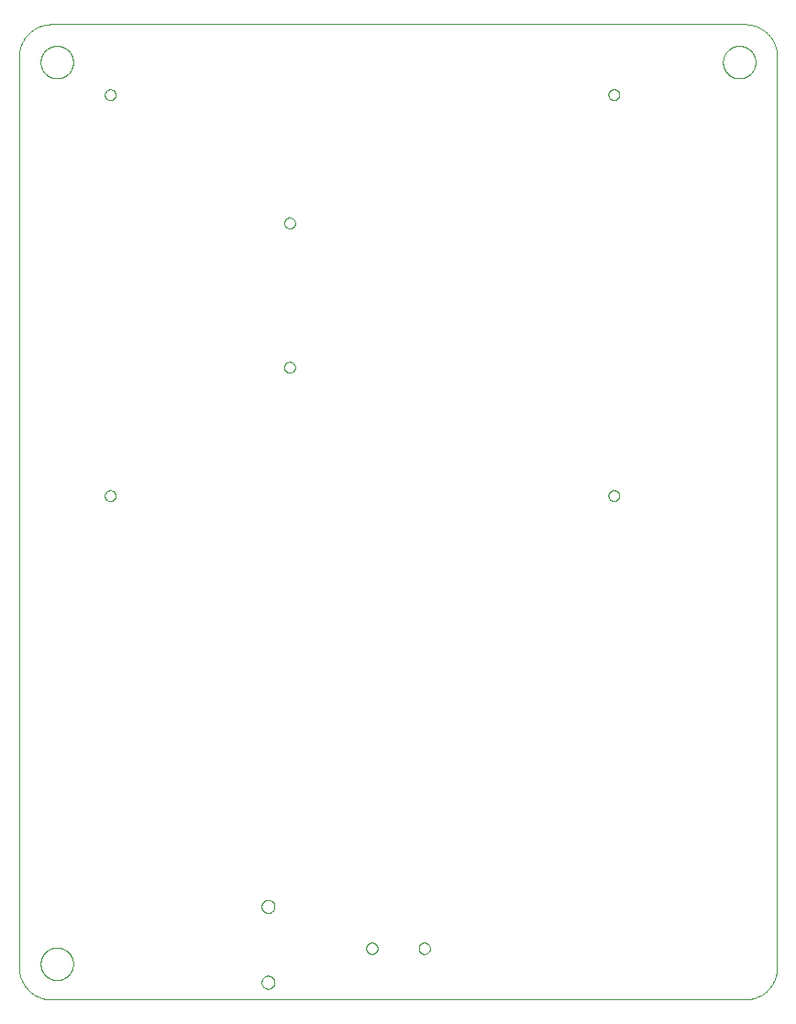
<source format=gko>
G75*
%MOIN*%
%OFA0B0*%
%FSLAX25Y25*%
%IPPOS*%
%LPD*%
%AMOC8*
5,1,8,0,0,1.08239X$1,22.5*
%
%ADD10C,0.00000*%
D10*
X0015173Y0009374D02*
X0267142Y0009374D01*
X0267427Y0009377D01*
X0267713Y0009388D01*
X0267998Y0009405D01*
X0268282Y0009429D01*
X0268566Y0009460D01*
X0268849Y0009498D01*
X0269130Y0009543D01*
X0269411Y0009594D01*
X0269691Y0009652D01*
X0269969Y0009717D01*
X0270245Y0009789D01*
X0270519Y0009867D01*
X0270792Y0009952D01*
X0271062Y0010044D01*
X0271330Y0010142D01*
X0271596Y0010246D01*
X0271859Y0010357D01*
X0272119Y0010474D01*
X0272377Y0010597D01*
X0272631Y0010727D01*
X0272882Y0010863D01*
X0273130Y0011004D01*
X0273374Y0011152D01*
X0273615Y0011305D01*
X0273851Y0011465D01*
X0274084Y0011630D01*
X0274313Y0011800D01*
X0274538Y0011976D01*
X0274758Y0012158D01*
X0274974Y0012344D01*
X0275185Y0012536D01*
X0275392Y0012733D01*
X0275594Y0012935D01*
X0275791Y0013142D01*
X0275983Y0013353D01*
X0276169Y0013569D01*
X0276351Y0013789D01*
X0276527Y0014014D01*
X0276697Y0014243D01*
X0276862Y0014476D01*
X0277022Y0014712D01*
X0277175Y0014953D01*
X0277323Y0015197D01*
X0277464Y0015445D01*
X0277600Y0015696D01*
X0277730Y0015950D01*
X0277853Y0016208D01*
X0277970Y0016468D01*
X0278081Y0016731D01*
X0278185Y0016997D01*
X0278283Y0017265D01*
X0278375Y0017535D01*
X0278460Y0017808D01*
X0278538Y0018082D01*
X0278610Y0018358D01*
X0278675Y0018636D01*
X0278733Y0018916D01*
X0278784Y0019197D01*
X0278829Y0019478D01*
X0278867Y0019761D01*
X0278898Y0020045D01*
X0278922Y0020329D01*
X0278939Y0020614D01*
X0278950Y0020900D01*
X0278953Y0021185D01*
X0278953Y0351894D01*
X0278950Y0352179D01*
X0278939Y0352465D01*
X0278922Y0352750D01*
X0278898Y0353034D01*
X0278867Y0353318D01*
X0278829Y0353601D01*
X0278784Y0353882D01*
X0278733Y0354163D01*
X0278675Y0354443D01*
X0278610Y0354721D01*
X0278538Y0354997D01*
X0278460Y0355271D01*
X0278375Y0355544D01*
X0278283Y0355814D01*
X0278185Y0356082D01*
X0278081Y0356348D01*
X0277970Y0356611D01*
X0277853Y0356871D01*
X0277730Y0357129D01*
X0277600Y0357383D01*
X0277464Y0357634D01*
X0277323Y0357882D01*
X0277175Y0358126D01*
X0277022Y0358367D01*
X0276862Y0358603D01*
X0276697Y0358836D01*
X0276527Y0359065D01*
X0276351Y0359290D01*
X0276169Y0359510D01*
X0275983Y0359726D01*
X0275791Y0359937D01*
X0275594Y0360144D01*
X0275392Y0360346D01*
X0275185Y0360543D01*
X0274974Y0360735D01*
X0274758Y0360921D01*
X0274538Y0361103D01*
X0274313Y0361279D01*
X0274084Y0361449D01*
X0273851Y0361614D01*
X0273615Y0361774D01*
X0273374Y0361927D01*
X0273130Y0362075D01*
X0272882Y0362216D01*
X0272631Y0362352D01*
X0272377Y0362482D01*
X0272119Y0362605D01*
X0271859Y0362722D01*
X0271596Y0362833D01*
X0271330Y0362937D01*
X0271062Y0363035D01*
X0270792Y0363127D01*
X0270519Y0363212D01*
X0270245Y0363290D01*
X0269969Y0363362D01*
X0269691Y0363427D01*
X0269411Y0363485D01*
X0269130Y0363536D01*
X0268849Y0363581D01*
X0268566Y0363619D01*
X0268282Y0363650D01*
X0267998Y0363674D01*
X0267713Y0363691D01*
X0267427Y0363702D01*
X0267142Y0363705D01*
X0015173Y0363705D01*
X0014888Y0363702D01*
X0014602Y0363691D01*
X0014317Y0363674D01*
X0014033Y0363650D01*
X0013749Y0363619D01*
X0013466Y0363581D01*
X0013185Y0363536D01*
X0012904Y0363485D01*
X0012624Y0363427D01*
X0012346Y0363362D01*
X0012070Y0363290D01*
X0011796Y0363212D01*
X0011523Y0363127D01*
X0011253Y0363035D01*
X0010985Y0362937D01*
X0010719Y0362833D01*
X0010456Y0362722D01*
X0010196Y0362605D01*
X0009938Y0362482D01*
X0009684Y0362352D01*
X0009433Y0362216D01*
X0009185Y0362075D01*
X0008941Y0361927D01*
X0008700Y0361774D01*
X0008464Y0361614D01*
X0008231Y0361449D01*
X0008002Y0361279D01*
X0007777Y0361103D01*
X0007557Y0360921D01*
X0007341Y0360735D01*
X0007130Y0360543D01*
X0006923Y0360346D01*
X0006721Y0360144D01*
X0006524Y0359937D01*
X0006332Y0359726D01*
X0006146Y0359510D01*
X0005964Y0359290D01*
X0005788Y0359065D01*
X0005618Y0358836D01*
X0005453Y0358603D01*
X0005293Y0358367D01*
X0005140Y0358126D01*
X0004992Y0357882D01*
X0004851Y0357634D01*
X0004715Y0357383D01*
X0004585Y0357129D01*
X0004462Y0356871D01*
X0004345Y0356611D01*
X0004234Y0356348D01*
X0004130Y0356082D01*
X0004032Y0355814D01*
X0003940Y0355544D01*
X0003855Y0355271D01*
X0003777Y0354997D01*
X0003705Y0354721D01*
X0003640Y0354443D01*
X0003582Y0354163D01*
X0003531Y0353882D01*
X0003486Y0353601D01*
X0003448Y0353318D01*
X0003417Y0353034D01*
X0003393Y0352750D01*
X0003376Y0352465D01*
X0003365Y0352179D01*
X0003362Y0351894D01*
X0003362Y0021185D01*
X0003365Y0020900D01*
X0003376Y0020614D01*
X0003393Y0020329D01*
X0003417Y0020045D01*
X0003448Y0019761D01*
X0003486Y0019478D01*
X0003531Y0019197D01*
X0003582Y0018916D01*
X0003640Y0018636D01*
X0003705Y0018358D01*
X0003777Y0018082D01*
X0003855Y0017808D01*
X0003940Y0017535D01*
X0004032Y0017265D01*
X0004130Y0016997D01*
X0004234Y0016731D01*
X0004345Y0016468D01*
X0004462Y0016208D01*
X0004585Y0015950D01*
X0004715Y0015696D01*
X0004851Y0015445D01*
X0004992Y0015197D01*
X0005140Y0014953D01*
X0005293Y0014712D01*
X0005453Y0014476D01*
X0005618Y0014243D01*
X0005788Y0014014D01*
X0005964Y0013789D01*
X0006146Y0013569D01*
X0006332Y0013353D01*
X0006524Y0013142D01*
X0006721Y0012935D01*
X0006923Y0012733D01*
X0007130Y0012536D01*
X0007341Y0012344D01*
X0007557Y0012158D01*
X0007777Y0011976D01*
X0008002Y0011800D01*
X0008231Y0011630D01*
X0008464Y0011465D01*
X0008700Y0011305D01*
X0008941Y0011152D01*
X0009185Y0011004D01*
X0009433Y0010863D01*
X0009684Y0010727D01*
X0009938Y0010597D01*
X0010196Y0010474D01*
X0010456Y0010357D01*
X0010719Y0010246D01*
X0010985Y0010142D01*
X0011253Y0010044D01*
X0011523Y0009952D01*
X0011796Y0009867D01*
X0012070Y0009789D01*
X0012346Y0009717D01*
X0012624Y0009652D01*
X0012904Y0009594D01*
X0013185Y0009543D01*
X0013466Y0009498D01*
X0013749Y0009460D01*
X0014033Y0009429D01*
X0014317Y0009405D01*
X0014602Y0009388D01*
X0014888Y0009377D01*
X0015173Y0009374D01*
X0011236Y0022366D02*
X0011238Y0022519D01*
X0011244Y0022673D01*
X0011254Y0022826D01*
X0011268Y0022978D01*
X0011286Y0023131D01*
X0011308Y0023282D01*
X0011333Y0023433D01*
X0011363Y0023584D01*
X0011397Y0023734D01*
X0011434Y0023882D01*
X0011475Y0024030D01*
X0011520Y0024176D01*
X0011569Y0024322D01*
X0011622Y0024466D01*
X0011678Y0024608D01*
X0011738Y0024749D01*
X0011802Y0024889D01*
X0011869Y0025027D01*
X0011940Y0025163D01*
X0012015Y0025297D01*
X0012092Y0025429D01*
X0012174Y0025559D01*
X0012258Y0025687D01*
X0012346Y0025813D01*
X0012437Y0025936D01*
X0012531Y0026057D01*
X0012629Y0026175D01*
X0012729Y0026291D01*
X0012833Y0026404D01*
X0012939Y0026515D01*
X0013048Y0026623D01*
X0013160Y0026728D01*
X0013274Y0026829D01*
X0013392Y0026928D01*
X0013511Y0027024D01*
X0013633Y0027117D01*
X0013758Y0027206D01*
X0013885Y0027293D01*
X0014014Y0027375D01*
X0014145Y0027455D01*
X0014278Y0027531D01*
X0014413Y0027604D01*
X0014550Y0027673D01*
X0014689Y0027738D01*
X0014829Y0027800D01*
X0014971Y0027858D01*
X0015114Y0027913D01*
X0015259Y0027964D01*
X0015405Y0028011D01*
X0015552Y0028054D01*
X0015700Y0028093D01*
X0015849Y0028129D01*
X0015999Y0028160D01*
X0016150Y0028188D01*
X0016301Y0028212D01*
X0016454Y0028232D01*
X0016606Y0028248D01*
X0016759Y0028260D01*
X0016912Y0028268D01*
X0017065Y0028272D01*
X0017219Y0028272D01*
X0017372Y0028268D01*
X0017525Y0028260D01*
X0017678Y0028248D01*
X0017830Y0028232D01*
X0017983Y0028212D01*
X0018134Y0028188D01*
X0018285Y0028160D01*
X0018435Y0028129D01*
X0018584Y0028093D01*
X0018732Y0028054D01*
X0018879Y0028011D01*
X0019025Y0027964D01*
X0019170Y0027913D01*
X0019313Y0027858D01*
X0019455Y0027800D01*
X0019595Y0027738D01*
X0019734Y0027673D01*
X0019871Y0027604D01*
X0020006Y0027531D01*
X0020139Y0027455D01*
X0020270Y0027375D01*
X0020399Y0027293D01*
X0020526Y0027206D01*
X0020651Y0027117D01*
X0020773Y0027024D01*
X0020892Y0026928D01*
X0021010Y0026829D01*
X0021124Y0026728D01*
X0021236Y0026623D01*
X0021345Y0026515D01*
X0021451Y0026404D01*
X0021555Y0026291D01*
X0021655Y0026175D01*
X0021753Y0026057D01*
X0021847Y0025936D01*
X0021938Y0025813D01*
X0022026Y0025687D01*
X0022110Y0025559D01*
X0022192Y0025429D01*
X0022269Y0025297D01*
X0022344Y0025163D01*
X0022415Y0025027D01*
X0022482Y0024889D01*
X0022546Y0024749D01*
X0022606Y0024608D01*
X0022662Y0024466D01*
X0022715Y0024322D01*
X0022764Y0024176D01*
X0022809Y0024030D01*
X0022850Y0023882D01*
X0022887Y0023734D01*
X0022921Y0023584D01*
X0022951Y0023433D01*
X0022976Y0023282D01*
X0022998Y0023131D01*
X0023016Y0022978D01*
X0023030Y0022826D01*
X0023040Y0022673D01*
X0023046Y0022519D01*
X0023048Y0022366D01*
X0023046Y0022213D01*
X0023040Y0022059D01*
X0023030Y0021906D01*
X0023016Y0021754D01*
X0022998Y0021601D01*
X0022976Y0021450D01*
X0022951Y0021299D01*
X0022921Y0021148D01*
X0022887Y0020998D01*
X0022850Y0020850D01*
X0022809Y0020702D01*
X0022764Y0020556D01*
X0022715Y0020410D01*
X0022662Y0020266D01*
X0022606Y0020124D01*
X0022546Y0019983D01*
X0022482Y0019843D01*
X0022415Y0019705D01*
X0022344Y0019569D01*
X0022269Y0019435D01*
X0022192Y0019303D01*
X0022110Y0019173D01*
X0022026Y0019045D01*
X0021938Y0018919D01*
X0021847Y0018796D01*
X0021753Y0018675D01*
X0021655Y0018557D01*
X0021555Y0018441D01*
X0021451Y0018328D01*
X0021345Y0018217D01*
X0021236Y0018109D01*
X0021124Y0018004D01*
X0021010Y0017903D01*
X0020892Y0017804D01*
X0020773Y0017708D01*
X0020651Y0017615D01*
X0020526Y0017526D01*
X0020399Y0017439D01*
X0020270Y0017357D01*
X0020139Y0017277D01*
X0020006Y0017201D01*
X0019871Y0017128D01*
X0019734Y0017059D01*
X0019595Y0016994D01*
X0019455Y0016932D01*
X0019313Y0016874D01*
X0019170Y0016819D01*
X0019025Y0016768D01*
X0018879Y0016721D01*
X0018732Y0016678D01*
X0018584Y0016639D01*
X0018435Y0016603D01*
X0018285Y0016572D01*
X0018134Y0016544D01*
X0017983Y0016520D01*
X0017830Y0016500D01*
X0017678Y0016484D01*
X0017525Y0016472D01*
X0017372Y0016464D01*
X0017219Y0016460D01*
X0017065Y0016460D01*
X0016912Y0016464D01*
X0016759Y0016472D01*
X0016606Y0016484D01*
X0016454Y0016500D01*
X0016301Y0016520D01*
X0016150Y0016544D01*
X0015999Y0016572D01*
X0015849Y0016603D01*
X0015700Y0016639D01*
X0015552Y0016678D01*
X0015405Y0016721D01*
X0015259Y0016768D01*
X0015114Y0016819D01*
X0014971Y0016874D01*
X0014829Y0016932D01*
X0014689Y0016994D01*
X0014550Y0017059D01*
X0014413Y0017128D01*
X0014278Y0017201D01*
X0014145Y0017277D01*
X0014014Y0017357D01*
X0013885Y0017439D01*
X0013758Y0017526D01*
X0013633Y0017615D01*
X0013511Y0017708D01*
X0013392Y0017804D01*
X0013274Y0017903D01*
X0013160Y0018004D01*
X0013048Y0018109D01*
X0012939Y0018217D01*
X0012833Y0018328D01*
X0012729Y0018441D01*
X0012629Y0018557D01*
X0012531Y0018675D01*
X0012437Y0018796D01*
X0012346Y0018919D01*
X0012258Y0019045D01*
X0012174Y0019173D01*
X0012092Y0019303D01*
X0012015Y0019435D01*
X0011940Y0019569D01*
X0011869Y0019705D01*
X0011802Y0019843D01*
X0011738Y0019983D01*
X0011678Y0020124D01*
X0011622Y0020266D01*
X0011569Y0020410D01*
X0011520Y0020556D01*
X0011475Y0020702D01*
X0011434Y0020850D01*
X0011397Y0020998D01*
X0011363Y0021148D01*
X0011333Y0021299D01*
X0011308Y0021450D01*
X0011286Y0021601D01*
X0011268Y0021754D01*
X0011254Y0021906D01*
X0011244Y0022059D01*
X0011238Y0022213D01*
X0011236Y0022366D01*
X0091551Y0015673D02*
X0091553Y0015770D01*
X0091559Y0015867D01*
X0091569Y0015963D01*
X0091583Y0016059D01*
X0091601Y0016155D01*
X0091622Y0016249D01*
X0091648Y0016343D01*
X0091677Y0016435D01*
X0091711Y0016526D01*
X0091747Y0016616D01*
X0091788Y0016704D01*
X0091832Y0016790D01*
X0091880Y0016875D01*
X0091931Y0016957D01*
X0091985Y0017038D01*
X0092043Y0017116D01*
X0092104Y0017191D01*
X0092167Y0017264D01*
X0092234Y0017335D01*
X0092304Y0017402D01*
X0092376Y0017467D01*
X0092451Y0017528D01*
X0092529Y0017587D01*
X0092608Y0017642D01*
X0092690Y0017694D01*
X0092774Y0017742D01*
X0092860Y0017787D01*
X0092948Y0017829D01*
X0093037Y0017867D01*
X0093128Y0017901D01*
X0093220Y0017931D01*
X0093313Y0017958D01*
X0093408Y0017980D01*
X0093503Y0017999D01*
X0093599Y0018014D01*
X0093695Y0018025D01*
X0093792Y0018032D01*
X0093889Y0018035D01*
X0093986Y0018034D01*
X0094083Y0018029D01*
X0094179Y0018020D01*
X0094275Y0018007D01*
X0094371Y0017990D01*
X0094466Y0017969D01*
X0094559Y0017945D01*
X0094652Y0017916D01*
X0094744Y0017884D01*
X0094834Y0017848D01*
X0094922Y0017809D01*
X0095009Y0017765D01*
X0095094Y0017719D01*
X0095177Y0017668D01*
X0095258Y0017615D01*
X0095336Y0017558D01*
X0095413Y0017498D01*
X0095486Y0017435D01*
X0095557Y0017369D01*
X0095625Y0017300D01*
X0095691Y0017228D01*
X0095753Y0017154D01*
X0095812Y0017077D01*
X0095868Y0016998D01*
X0095921Y0016916D01*
X0095971Y0016833D01*
X0096016Y0016747D01*
X0096059Y0016660D01*
X0096098Y0016571D01*
X0096133Y0016481D01*
X0096164Y0016389D01*
X0096191Y0016296D01*
X0096215Y0016202D01*
X0096235Y0016107D01*
X0096251Y0016011D01*
X0096263Y0015915D01*
X0096271Y0015818D01*
X0096275Y0015721D01*
X0096275Y0015625D01*
X0096271Y0015528D01*
X0096263Y0015431D01*
X0096251Y0015335D01*
X0096235Y0015239D01*
X0096215Y0015144D01*
X0096191Y0015050D01*
X0096164Y0014957D01*
X0096133Y0014865D01*
X0096098Y0014775D01*
X0096059Y0014686D01*
X0096016Y0014599D01*
X0095971Y0014513D01*
X0095921Y0014430D01*
X0095868Y0014348D01*
X0095812Y0014269D01*
X0095753Y0014192D01*
X0095691Y0014118D01*
X0095625Y0014046D01*
X0095557Y0013977D01*
X0095486Y0013911D01*
X0095413Y0013848D01*
X0095336Y0013788D01*
X0095258Y0013731D01*
X0095177Y0013678D01*
X0095094Y0013627D01*
X0095009Y0013581D01*
X0094922Y0013537D01*
X0094834Y0013498D01*
X0094744Y0013462D01*
X0094652Y0013430D01*
X0094559Y0013401D01*
X0094466Y0013377D01*
X0094371Y0013356D01*
X0094275Y0013339D01*
X0094179Y0013326D01*
X0094083Y0013317D01*
X0093986Y0013312D01*
X0093889Y0013311D01*
X0093792Y0013314D01*
X0093695Y0013321D01*
X0093599Y0013332D01*
X0093503Y0013347D01*
X0093408Y0013366D01*
X0093313Y0013388D01*
X0093220Y0013415D01*
X0093128Y0013445D01*
X0093037Y0013479D01*
X0092948Y0013517D01*
X0092860Y0013559D01*
X0092774Y0013604D01*
X0092690Y0013652D01*
X0092608Y0013704D01*
X0092529Y0013759D01*
X0092451Y0013818D01*
X0092376Y0013879D01*
X0092304Y0013944D01*
X0092234Y0014011D01*
X0092167Y0014082D01*
X0092104Y0014155D01*
X0092043Y0014230D01*
X0091985Y0014308D01*
X0091931Y0014389D01*
X0091880Y0014471D01*
X0091832Y0014556D01*
X0091788Y0014642D01*
X0091747Y0014730D01*
X0091711Y0014820D01*
X0091677Y0014911D01*
X0091648Y0015003D01*
X0091622Y0015097D01*
X0091601Y0015191D01*
X0091583Y0015287D01*
X0091569Y0015383D01*
X0091559Y0015479D01*
X0091553Y0015576D01*
X0091551Y0015673D01*
X0091551Y0043232D02*
X0091553Y0043329D01*
X0091559Y0043426D01*
X0091569Y0043522D01*
X0091583Y0043618D01*
X0091601Y0043714D01*
X0091622Y0043808D01*
X0091648Y0043902D01*
X0091677Y0043994D01*
X0091711Y0044085D01*
X0091747Y0044175D01*
X0091788Y0044263D01*
X0091832Y0044349D01*
X0091880Y0044434D01*
X0091931Y0044516D01*
X0091985Y0044597D01*
X0092043Y0044675D01*
X0092104Y0044750D01*
X0092167Y0044823D01*
X0092234Y0044894D01*
X0092304Y0044961D01*
X0092376Y0045026D01*
X0092451Y0045087D01*
X0092529Y0045146D01*
X0092608Y0045201D01*
X0092690Y0045253D01*
X0092774Y0045301D01*
X0092860Y0045346D01*
X0092948Y0045388D01*
X0093037Y0045426D01*
X0093128Y0045460D01*
X0093220Y0045490D01*
X0093313Y0045517D01*
X0093408Y0045539D01*
X0093503Y0045558D01*
X0093599Y0045573D01*
X0093695Y0045584D01*
X0093792Y0045591D01*
X0093889Y0045594D01*
X0093986Y0045593D01*
X0094083Y0045588D01*
X0094179Y0045579D01*
X0094275Y0045566D01*
X0094371Y0045549D01*
X0094466Y0045528D01*
X0094559Y0045504D01*
X0094652Y0045475D01*
X0094744Y0045443D01*
X0094834Y0045407D01*
X0094922Y0045368D01*
X0095009Y0045324D01*
X0095094Y0045278D01*
X0095177Y0045227D01*
X0095258Y0045174D01*
X0095336Y0045117D01*
X0095413Y0045057D01*
X0095486Y0044994D01*
X0095557Y0044928D01*
X0095625Y0044859D01*
X0095691Y0044787D01*
X0095753Y0044713D01*
X0095812Y0044636D01*
X0095868Y0044557D01*
X0095921Y0044475D01*
X0095971Y0044392D01*
X0096016Y0044306D01*
X0096059Y0044219D01*
X0096098Y0044130D01*
X0096133Y0044040D01*
X0096164Y0043948D01*
X0096191Y0043855D01*
X0096215Y0043761D01*
X0096235Y0043666D01*
X0096251Y0043570D01*
X0096263Y0043474D01*
X0096271Y0043377D01*
X0096275Y0043280D01*
X0096275Y0043184D01*
X0096271Y0043087D01*
X0096263Y0042990D01*
X0096251Y0042894D01*
X0096235Y0042798D01*
X0096215Y0042703D01*
X0096191Y0042609D01*
X0096164Y0042516D01*
X0096133Y0042424D01*
X0096098Y0042334D01*
X0096059Y0042245D01*
X0096016Y0042158D01*
X0095971Y0042072D01*
X0095921Y0041989D01*
X0095868Y0041907D01*
X0095812Y0041828D01*
X0095753Y0041751D01*
X0095691Y0041677D01*
X0095625Y0041605D01*
X0095557Y0041536D01*
X0095486Y0041470D01*
X0095413Y0041407D01*
X0095336Y0041347D01*
X0095258Y0041290D01*
X0095177Y0041237D01*
X0095094Y0041186D01*
X0095009Y0041140D01*
X0094922Y0041096D01*
X0094834Y0041057D01*
X0094744Y0041021D01*
X0094652Y0040989D01*
X0094559Y0040960D01*
X0094466Y0040936D01*
X0094371Y0040915D01*
X0094275Y0040898D01*
X0094179Y0040885D01*
X0094083Y0040876D01*
X0093986Y0040871D01*
X0093889Y0040870D01*
X0093792Y0040873D01*
X0093695Y0040880D01*
X0093599Y0040891D01*
X0093503Y0040906D01*
X0093408Y0040925D01*
X0093313Y0040947D01*
X0093220Y0040974D01*
X0093128Y0041004D01*
X0093037Y0041038D01*
X0092948Y0041076D01*
X0092860Y0041118D01*
X0092774Y0041163D01*
X0092690Y0041211D01*
X0092608Y0041263D01*
X0092529Y0041318D01*
X0092451Y0041377D01*
X0092376Y0041438D01*
X0092304Y0041503D01*
X0092234Y0041570D01*
X0092167Y0041641D01*
X0092104Y0041714D01*
X0092043Y0041789D01*
X0091985Y0041867D01*
X0091931Y0041948D01*
X0091880Y0042030D01*
X0091832Y0042115D01*
X0091788Y0042201D01*
X0091747Y0042289D01*
X0091711Y0042379D01*
X0091677Y0042470D01*
X0091648Y0042562D01*
X0091622Y0042656D01*
X0091601Y0042750D01*
X0091583Y0042846D01*
X0091569Y0042942D01*
X0091559Y0043038D01*
X0091553Y0043135D01*
X0091551Y0043232D01*
X0129543Y0027996D02*
X0129545Y0028087D01*
X0129551Y0028177D01*
X0129561Y0028268D01*
X0129575Y0028357D01*
X0129593Y0028446D01*
X0129614Y0028535D01*
X0129640Y0028622D01*
X0129669Y0028708D01*
X0129703Y0028792D01*
X0129739Y0028875D01*
X0129780Y0028957D01*
X0129824Y0029036D01*
X0129871Y0029114D01*
X0129922Y0029189D01*
X0129976Y0029262D01*
X0130033Y0029332D01*
X0130093Y0029400D01*
X0130156Y0029466D01*
X0130222Y0029528D01*
X0130291Y0029587D01*
X0130362Y0029644D01*
X0130436Y0029697D01*
X0130512Y0029747D01*
X0130590Y0029794D01*
X0130670Y0029837D01*
X0130751Y0029876D01*
X0130835Y0029912D01*
X0130920Y0029944D01*
X0131006Y0029973D01*
X0131093Y0029997D01*
X0131182Y0030018D01*
X0131271Y0030035D01*
X0131361Y0030048D01*
X0131451Y0030057D01*
X0131542Y0030062D01*
X0131633Y0030063D01*
X0131723Y0030060D01*
X0131814Y0030053D01*
X0131904Y0030042D01*
X0131994Y0030027D01*
X0132083Y0030008D01*
X0132171Y0029986D01*
X0132257Y0029959D01*
X0132343Y0029929D01*
X0132427Y0029895D01*
X0132510Y0029857D01*
X0132591Y0029816D01*
X0132670Y0029771D01*
X0132747Y0029722D01*
X0132821Y0029671D01*
X0132894Y0029616D01*
X0132964Y0029558D01*
X0133031Y0029497D01*
X0133095Y0029433D01*
X0133157Y0029367D01*
X0133216Y0029297D01*
X0133271Y0029226D01*
X0133324Y0029151D01*
X0133373Y0029075D01*
X0133419Y0028997D01*
X0133461Y0028916D01*
X0133500Y0028834D01*
X0133535Y0028750D01*
X0133566Y0028665D01*
X0133593Y0028578D01*
X0133617Y0028491D01*
X0133637Y0028402D01*
X0133653Y0028313D01*
X0133665Y0028223D01*
X0133673Y0028132D01*
X0133677Y0028041D01*
X0133677Y0027951D01*
X0133673Y0027860D01*
X0133665Y0027769D01*
X0133653Y0027679D01*
X0133637Y0027590D01*
X0133617Y0027501D01*
X0133593Y0027414D01*
X0133566Y0027327D01*
X0133535Y0027242D01*
X0133500Y0027158D01*
X0133461Y0027076D01*
X0133419Y0026995D01*
X0133373Y0026917D01*
X0133324Y0026841D01*
X0133271Y0026766D01*
X0133216Y0026695D01*
X0133157Y0026625D01*
X0133095Y0026559D01*
X0133031Y0026495D01*
X0132964Y0026434D01*
X0132894Y0026376D01*
X0132821Y0026321D01*
X0132747Y0026270D01*
X0132670Y0026221D01*
X0132591Y0026176D01*
X0132510Y0026135D01*
X0132427Y0026097D01*
X0132343Y0026063D01*
X0132257Y0026033D01*
X0132171Y0026006D01*
X0132083Y0025984D01*
X0131994Y0025965D01*
X0131904Y0025950D01*
X0131814Y0025939D01*
X0131723Y0025932D01*
X0131633Y0025929D01*
X0131542Y0025930D01*
X0131451Y0025935D01*
X0131361Y0025944D01*
X0131271Y0025957D01*
X0131182Y0025974D01*
X0131093Y0025995D01*
X0131006Y0026019D01*
X0130920Y0026048D01*
X0130835Y0026080D01*
X0130751Y0026116D01*
X0130670Y0026155D01*
X0130590Y0026198D01*
X0130512Y0026245D01*
X0130436Y0026295D01*
X0130362Y0026348D01*
X0130291Y0026405D01*
X0130222Y0026464D01*
X0130156Y0026526D01*
X0130093Y0026592D01*
X0130033Y0026660D01*
X0129976Y0026730D01*
X0129922Y0026803D01*
X0129871Y0026878D01*
X0129824Y0026956D01*
X0129780Y0027035D01*
X0129739Y0027117D01*
X0129703Y0027200D01*
X0129669Y0027284D01*
X0129640Y0027370D01*
X0129614Y0027457D01*
X0129593Y0027546D01*
X0129575Y0027635D01*
X0129561Y0027724D01*
X0129551Y0027815D01*
X0129545Y0027905D01*
X0129543Y0027996D01*
X0148638Y0027996D02*
X0148640Y0028087D01*
X0148646Y0028177D01*
X0148656Y0028268D01*
X0148670Y0028357D01*
X0148688Y0028446D01*
X0148709Y0028535D01*
X0148735Y0028622D01*
X0148764Y0028708D01*
X0148798Y0028792D01*
X0148834Y0028875D01*
X0148875Y0028957D01*
X0148919Y0029036D01*
X0148966Y0029114D01*
X0149017Y0029189D01*
X0149071Y0029262D01*
X0149128Y0029332D01*
X0149188Y0029400D01*
X0149251Y0029466D01*
X0149317Y0029528D01*
X0149386Y0029587D01*
X0149457Y0029644D01*
X0149531Y0029697D01*
X0149607Y0029747D01*
X0149685Y0029794D01*
X0149765Y0029837D01*
X0149846Y0029876D01*
X0149930Y0029912D01*
X0150015Y0029944D01*
X0150101Y0029973D01*
X0150188Y0029997D01*
X0150277Y0030018D01*
X0150366Y0030035D01*
X0150456Y0030048D01*
X0150546Y0030057D01*
X0150637Y0030062D01*
X0150728Y0030063D01*
X0150818Y0030060D01*
X0150909Y0030053D01*
X0150999Y0030042D01*
X0151089Y0030027D01*
X0151178Y0030008D01*
X0151266Y0029986D01*
X0151352Y0029959D01*
X0151438Y0029929D01*
X0151522Y0029895D01*
X0151605Y0029857D01*
X0151686Y0029816D01*
X0151765Y0029771D01*
X0151842Y0029722D01*
X0151916Y0029671D01*
X0151989Y0029616D01*
X0152059Y0029558D01*
X0152126Y0029497D01*
X0152190Y0029433D01*
X0152252Y0029367D01*
X0152311Y0029297D01*
X0152366Y0029226D01*
X0152419Y0029151D01*
X0152468Y0029075D01*
X0152514Y0028997D01*
X0152556Y0028916D01*
X0152595Y0028834D01*
X0152630Y0028750D01*
X0152661Y0028665D01*
X0152688Y0028578D01*
X0152712Y0028491D01*
X0152732Y0028402D01*
X0152748Y0028313D01*
X0152760Y0028223D01*
X0152768Y0028132D01*
X0152772Y0028041D01*
X0152772Y0027951D01*
X0152768Y0027860D01*
X0152760Y0027769D01*
X0152748Y0027679D01*
X0152732Y0027590D01*
X0152712Y0027501D01*
X0152688Y0027414D01*
X0152661Y0027327D01*
X0152630Y0027242D01*
X0152595Y0027158D01*
X0152556Y0027076D01*
X0152514Y0026995D01*
X0152468Y0026917D01*
X0152419Y0026841D01*
X0152366Y0026766D01*
X0152311Y0026695D01*
X0152252Y0026625D01*
X0152190Y0026559D01*
X0152126Y0026495D01*
X0152059Y0026434D01*
X0151989Y0026376D01*
X0151916Y0026321D01*
X0151842Y0026270D01*
X0151765Y0026221D01*
X0151686Y0026176D01*
X0151605Y0026135D01*
X0151522Y0026097D01*
X0151438Y0026063D01*
X0151352Y0026033D01*
X0151266Y0026006D01*
X0151178Y0025984D01*
X0151089Y0025965D01*
X0150999Y0025950D01*
X0150909Y0025939D01*
X0150818Y0025932D01*
X0150728Y0025929D01*
X0150637Y0025930D01*
X0150546Y0025935D01*
X0150456Y0025944D01*
X0150366Y0025957D01*
X0150277Y0025974D01*
X0150188Y0025995D01*
X0150101Y0026019D01*
X0150015Y0026048D01*
X0149930Y0026080D01*
X0149846Y0026116D01*
X0149765Y0026155D01*
X0149685Y0026198D01*
X0149607Y0026245D01*
X0149531Y0026295D01*
X0149457Y0026348D01*
X0149386Y0026405D01*
X0149317Y0026464D01*
X0149251Y0026526D01*
X0149188Y0026592D01*
X0149128Y0026660D01*
X0149071Y0026730D01*
X0149017Y0026803D01*
X0148966Y0026878D01*
X0148919Y0026956D01*
X0148875Y0027035D01*
X0148834Y0027117D01*
X0148798Y0027200D01*
X0148764Y0027284D01*
X0148735Y0027370D01*
X0148709Y0027457D01*
X0148688Y0027546D01*
X0148670Y0027635D01*
X0148656Y0027724D01*
X0148646Y0027815D01*
X0148640Y0027905D01*
X0148638Y0027996D01*
X0217614Y0192445D02*
X0217616Y0192533D01*
X0217622Y0192621D01*
X0217632Y0192709D01*
X0217646Y0192797D01*
X0217663Y0192883D01*
X0217685Y0192969D01*
X0217710Y0193053D01*
X0217740Y0193137D01*
X0217772Y0193219D01*
X0217809Y0193299D01*
X0217849Y0193378D01*
X0217893Y0193455D01*
X0217940Y0193530D01*
X0217990Y0193602D01*
X0218044Y0193673D01*
X0218100Y0193740D01*
X0218160Y0193806D01*
X0218222Y0193868D01*
X0218288Y0193928D01*
X0218355Y0193984D01*
X0218426Y0194038D01*
X0218498Y0194088D01*
X0218573Y0194135D01*
X0218650Y0194179D01*
X0218729Y0194219D01*
X0218809Y0194256D01*
X0218891Y0194288D01*
X0218975Y0194318D01*
X0219059Y0194343D01*
X0219145Y0194365D01*
X0219231Y0194382D01*
X0219319Y0194396D01*
X0219407Y0194406D01*
X0219495Y0194412D01*
X0219583Y0194414D01*
X0219671Y0194412D01*
X0219759Y0194406D01*
X0219847Y0194396D01*
X0219935Y0194382D01*
X0220021Y0194365D01*
X0220107Y0194343D01*
X0220191Y0194318D01*
X0220275Y0194288D01*
X0220357Y0194256D01*
X0220437Y0194219D01*
X0220516Y0194179D01*
X0220593Y0194135D01*
X0220668Y0194088D01*
X0220740Y0194038D01*
X0220811Y0193984D01*
X0220878Y0193928D01*
X0220944Y0193868D01*
X0221006Y0193806D01*
X0221066Y0193740D01*
X0221122Y0193673D01*
X0221176Y0193602D01*
X0221226Y0193530D01*
X0221273Y0193455D01*
X0221317Y0193378D01*
X0221357Y0193299D01*
X0221394Y0193219D01*
X0221426Y0193137D01*
X0221456Y0193053D01*
X0221481Y0192969D01*
X0221503Y0192883D01*
X0221520Y0192797D01*
X0221534Y0192709D01*
X0221544Y0192621D01*
X0221550Y0192533D01*
X0221552Y0192445D01*
X0221550Y0192357D01*
X0221544Y0192269D01*
X0221534Y0192181D01*
X0221520Y0192093D01*
X0221503Y0192007D01*
X0221481Y0191921D01*
X0221456Y0191837D01*
X0221426Y0191753D01*
X0221394Y0191671D01*
X0221357Y0191591D01*
X0221317Y0191512D01*
X0221273Y0191435D01*
X0221226Y0191360D01*
X0221176Y0191288D01*
X0221122Y0191217D01*
X0221066Y0191150D01*
X0221006Y0191084D01*
X0220944Y0191022D01*
X0220878Y0190962D01*
X0220811Y0190906D01*
X0220740Y0190852D01*
X0220668Y0190802D01*
X0220593Y0190755D01*
X0220516Y0190711D01*
X0220437Y0190671D01*
X0220357Y0190634D01*
X0220275Y0190602D01*
X0220191Y0190572D01*
X0220107Y0190547D01*
X0220021Y0190525D01*
X0219935Y0190508D01*
X0219847Y0190494D01*
X0219759Y0190484D01*
X0219671Y0190478D01*
X0219583Y0190476D01*
X0219495Y0190478D01*
X0219407Y0190484D01*
X0219319Y0190494D01*
X0219231Y0190508D01*
X0219145Y0190525D01*
X0219059Y0190547D01*
X0218975Y0190572D01*
X0218891Y0190602D01*
X0218809Y0190634D01*
X0218729Y0190671D01*
X0218650Y0190711D01*
X0218573Y0190755D01*
X0218498Y0190802D01*
X0218426Y0190852D01*
X0218355Y0190906D01*
X0218288Y0190962D01*
X0218222Y0191022D01*
X0218160Y0191084D01*
X0218100Y0191150D01*
X0218044Y0191217D01*
X0217990Y0191288D01*
X0217940Y0191360D01*
X0217893Y0191435D01*
X0217849Y0191512D01*
X0217809Y0191591D01*
X0217772Y0191671D01*
X0217740Y0191753D01*
X0217710Y0191837D01*
X0217685Y0191921D01*
X0217663Y0192007D01*
X0217646Y0192093D01*
X0217632Y0192181D01*
X0217622Y0192269D01*
X0217616Y0192357D01*
X0217614Y0192445D01*
X0217614Y0338114D02*
X0217616Y0338202D01*
X0217622Y0338290D01*
X0217632Y0338378D01*
X0217646Y0338466D01*
X0217663Y0338552D01*
X0217685Y0338638D01*
X0217710Y0338722D01*
X0217740Y0338806D01*
X0217772Y0338888D01*
X0217809Y0338968D01*
X0217849Y0339047D01*
X0217893Y0339124D01*
X0217940Y0339199D01*
X0217990Y0339271D01*
X0218044Y0339342D01*
X0218100Y0339409D01*
X0218160Y0339475D01*
X0218222Y0339537D01*
X0218288Y0339597D01*
X0218355Y0339653D01*
X0218426Y0339707D01*
X0218498Y0339757D01*
X0218573Y0339804D01*
X0218650Y0339848D01*
X0218729Y0339888D01*
X0218809Y0339925D01*
X0218891Y0339957D01*
X0218975Y0339987D01*
X0219059Y0340012D01*
X0219145Y0340034D01*
X0219231Y0340051D01*
X0219319Y0340065D01*
X0219407Y0340075D01*
X0219495Y0340081D01*
X0219583Y0340083D01*
X0219671Y0340081D01*
X0219759Y0340075D01*
X0219847Y0340065D01*
X0219935Y0340051D01*
X0220021Y0340034D01*
X0220107Y0340012D01*
X0220191Y0339987D01*
X0220275Y0339957D01*
X0220357Y0339925D01*
X0220437Y0339888D01*
X0220516Y0339848D01*
X0220593Y0339804D01*
X0220668Y0339757D01*
X0220740Y0339707D01*
X0220811Y0339653D01*
X0220878Y0339597D01*
X0220944Y0339537D01*
X0221006Y0339475D01*
X0221066Y0339409D01*
X0221122Y0339342D01*
X0221176Y0339271D01*
X0221226Y0339199D01*
X0221273Y0339124D01*
X0221317Y0339047D01*
X0221357Y0338968D01*
X0221394Y0338888D01*
X0221426Y0338806D01*
X0221456Y0338722D01*
X0221481Y0338638D01*
X0221503Y0338552D01*
X0221520Y0338466D01*
X0221534Y0338378D01*
X0221544Y0338290D01*
X0221550Y0338202D01*
X0221552Y0338114D01*
X0221550Y0338026D01*
X0221544Y0337938D01*
X0221534Y0337850D01*
X0221520Y0337762D01*
X0221503Y0337676D01*
X0221481Y0337590D01*
X0221456Y0337506D01*
X0221426Y0337422D01*
X0221394Y0337340D01*
X0221357Y0337260D01*
X0221317Y0337181D01*
X0221273Y0337104D01*
X0221226Y0337029D01*
X0221176Y0336957D01*
X0221122Y0336886D01*
X0221066Y0336819D01*
X0221006Y0336753D01*
X0220944Y0336691D01*
X0220878Y0336631D01*
X0220811Y0336575D01*
X0220740Y0336521D01*
X0220668Y0336471D01*
X0220593Y0336424D01*
X0220516Y0336380D01*
X0220437Y0336340D01*
X0220357Y0336303D01*
X0220275Y0336271D01*
X0220191Y0336241D01*
X0220107Y0336216D01*
X0220021Y0336194D01*
X0219935Y0336177D01*
X0219847Y0336163D01*
X0219759Y0336153D01*
X0219671Y0336147D01*
X0219583Y0336145D01*
X0219495Y0336147D01*
X0219407Y0336153D01*
X0219319Y0336163D01*
X0219231Y0336177D01*
X0219145Y0336194D01*
X0219059Y0336216D01*
X0218975Y0336241D01*
X0218891Y0336271D01*
X0218809Y0336303D01*
X0218729Y0336340D01*
X0218650Y0336380D01*
X0218573Y0336424D01*
X0218498Y0336471D01*
X0218426Y0336521D01*
X0218355Y0336575D01*
X0218288Y0336631D01*
X0218222Y0336691D01*
X0218160Y0336753D01*
X0218100Y0336819D01*
X0218044Y0336886D01*
X0217990Y0336957D01*
X0217940Y0337029D01*
X0217893Y0337104D01*
X0217849Y0337181D01*
X0217809Y0337260D01*
X0217772Y0337340D01*
X0217740Y0337422D01*
X0217710Y0337506D01*
X0217685Y0337590D01*
X0217663Y0337676D01*
X0217646Y0337762D01*
X0217632Y0337850D01*
X0217622Y0337938D01*
X0217616Y0338026D01*
X0217614Y0338114D01*
X0259267Y0349925D02*
X0259269Y0350078D01*
X0259275Y0350232D01*
X0259285Y0350385D01*
X0259299Y0350537D01*
X0259317Y0350690D01*
X0259339Y0350841D01*
X0259364Y0350992D01*
X0259394Y0351143D01*
X0259428Y0351293D01*
X0259465Y0351441D01*
X0259506Y0351589D01*
X0259551Y0351735D01*
X0259600Y0351881D01*
X0259653Y0352025D01*
X0259709Y0352167D01*
X0259769Y0352308D01*
X0259833Y0352448D01*
X0259900Y0352586D01*
X0259971Y0352722D01*
X0260046Y0352856D01*
X0260123Y0352988D01*
X0260205Y0353118D01*
X0260289Y0353246D01*
X0260377Y0353372D01*
X0260468Y0353495D01*
X0260562Y0353616D01*
X0260660Y0353734D01*
X0260760Y0353850D01*
X0260864Y0353963D01*
X0260970Y0354074D01*
X0261079Y0354182D01*
X0261191Y0354287D01*
X0261305Y0354388D01*
X0261423Y0354487D01*
X0261542Y0354583D01*
X0261664Y0354676D01*
X0261789Y0354765D01*
X0261916Y0354852D01*
X0262045Y0354934D01*
X0262176Y0355014D01*
X0262309Y0355090D01*
X0262444Y0355163D01*
X0262581Y0355232D01*
X0262720Y0355297D01*
X0262860Y0355359D01*
X0263002Y0355417D01*
X0263145Y0355472D01*
X0263290Y0355523D01*
X0263436Y0355570D01*
X0263583Y0355613D01*
X0263731Y0355652D01*
X0263880Y0355688D01*
X0264030Y0355719D01*
X0264181Y0355747D01*
X0264332Y0355771D01*
X0264485Y0355791D01*
X0264637Y0355807D01*
X0264790Y0355819D01*
X0264943Y0355827D01*
X0265096Y0355831D01*
X0265250Y0355831D01*
X0265403Y0355827D01*
X0265556Y0355819D01*
X0265709Y0355807D01*
X0265861Y0355791D01*
X0266014Y0355771D01*
X0266165Y0355747D01*
X0266316Y0355719D01*
X0266466Y0355688D01*
X0266615Y0355652D01*
X0266763Y0355613D01*
X0266910Y0355570D01*
X0267056Y0355523D01*
X0267201Y0355472D01*
X0267344Y0355417D01*
X0267486Y0355359D01*
X0267626Y0355297D01*
X0267765Y0355232D01*
X0267902Y0355163D01*
X0268037Y0355090D01*
X0268170Y0355014D01*
X0268301Y0354934D01*
X0268430Y0354852D01*
X0268557Y0354765D01*
X0268682Y0354676D01*
X0268804Y0354583D01*
X0268923Y0354487D01*
X0269041Y0354388D01*
X0269155Y0354287D01*
X0269267Y0354182D01*
X0269376Y0354074D01*
X0269482Y0353963D01*
X0269586Y0353850D01*
X0269686Y0353734D01*
X0269784Y0353616D01*
X0269878Y0353495D01*
X0269969Y0353372D01*
X0270057Y0353246D01*
X0270141Y0353118D01*
X0270223Y0352988D01*
X0270300Y0352856D01*
X0270375Y0352722D01*
X0270446Y0352586D01*
X0270513Y0352448D01*
X0270577Y0352308D01*
X0270637Y0352167D01*
X0270693Y0352025D01*
X0270746Y0351881D01*
X0270795Y0351735D01*
X0270840Y0351589D01*
X0270881Y0351441D01*
X0270918Y0351293D01*
X0270952Y0351143D01*
X0270982Y0350992D01*
X0271007Y0350841D01*
X0271029Y0350690D01*
X0271047Y0350537D01*
X0271061Y0350385D01*
X0271071Y0350232D01*
X0271077Y0350078D01*
X0271079Y0349925D01*
X0271077Y0349772D01*
X0271071Y0349618D01*
X0271061Y0349465D01*
X0271047Y0349313D01*
X0271029Y0349160D01*
X0271007Y0349009D01*
X0270982Y0348858D01*
X0270952Y0348707D01*
X0270918Y0348557D01*
X0270881Y0348409D01*
X0270840Y0348261D01*
X0270795Y0348115D01*
X0270746Y0347969D01*
X0270693Y0347825D01*
X0270637Y0347683D01*
X0270577Y0347542D01*
X0270513Y0347402D01*
X0270446Y0347264D01*
X0270375Y0347128D01*
X0270300Y0346994D01*
X0270223Y0346862D01*
X0270141Y0346732D01*
X0270057Y0346604D01*
X0269969Y0346478D01*
X0269878Y0346355D01*
X0269784Y0346234D01*
X0269686Y0346116D01*
X0269586Y0346000D01*
X0269482Y0345887D01*
X0269376Y0345776D01*
X0269267Y0345668D01*
X0269155Y0345563D01*
X0269041Y0345462D01*
X0268923Y0345363D01*
X0268804Y0345267D01*
X0268682Y0345174D01*
X0268557Y0345085D01*
X0268430Y0344998D01*
X0268301Y0344916D01*
X0268170Y0344836D01*
X0268037Y0344760D01*
X0267902Y0344687D01*
X0267765Y0344618D01*
X0267626Y0344553D01*
X0267486Y0344491D01*
X0267344Y0344433D01*
X0267201Y0344378D01*
X0267056Y0344327D01*
X0266910Y0344280D01*
X0266763Y0344237D01*
X0266615Y0344198D01*
X0266466Y0344162D01*
X0266316Y0344131D01*
X0266165Y0344103D01*
X0266014Y0344079D01*
X0265861Y0344059D01*
X0265709Y0344043D01*
X0265556Y0344031D01*
X0265403Y0344023D01*
X0265250Y0344019D01*
X0265096Y0344019D01*
X0264943Y0344023D01*
X0264790Y0344031D01*
X0264637Y0344043D01*
X0264485Y0344059D01*
X0264332Y0344079D01*
X0264181Y0344103D01*
X0264030Y0344131D01*
X0263880Y0344162D01*
X0263731Y0344198D01*
X0263583Y0344237D01*
X0263436Y0344280D01*
X0263290Y0344327D01*
X0263145Y0344378D01*
X0263002Y0344433D01*
X0262860Y0344491D01*
X0262720Y0344553D01*
X0262581Y0344618D01*
X0262444Y0344687D01*
X0262309Y0344760D01*
X0262176Y0344836D01*
X0262045Y0344916D01*
X0261916Y0344998D01*
X0261789Y0345085D01*
X0261664Y0345174D01*
X0261542Y0345267D01*
X0261423Y0345363D01*
X0261305Y0345462D01*
X0261191Y0345563D01*
X0261079Y0345668D01*
X0260970Y0345776D01*
X0260864Y0345887D01*
X0260760Y0346000D01*
X0260660Y0346116D01*
X0260562Y0346234D01*
X0260468Y0346355D01*
X0260377Y0346478D01*
X0260289Y0346604D01*
X0260205Y0346732D01*
X0260123Y0346862D01*
X0260046Y0346994D01*
X0259971Y0347128D01*
X0259900Y0347264D01*
X0259833Y0347402D01*
X0259769Y0347542D01*
X0259709Y0347683D01*
X0259653Y0347825D01*
X0259600Y0347969D01*
X0259551Y0348115D01*
X0259506Y0348261D01*
X0259465Y0348409D01*
X0259428Y0348557D01*
X0259394Y0348707D01*
X0259364Y0348858D01*
X0259339Y0349009D01*
X0259317Y0349160D01*
X0259299Y0349313D01*
X0259285Y0349465D01*
X0259275Y0349618D01*
X0259269Y0349772D01*
X0259267Y0349925D01*
X0099779Y0291461D02*
X0099781Y0291549D01*
X0099787Y0291637D01*
X0099797Y0291725D01*
X0099811Y0291813D01*
X0099828Y0291899D01*
X0099850Y0291985D01*
X0099875Y0292069D01*
X0099905Y0292153D01*
X0099937Y0292235D01*
X0099974Y0292315D01*
X0100014Y0292394D01*
X0100058Y0292471D01*
X0100105Y0292546D01*
X0100155Y0292618D01*
X0100209Y0292689D01*
X0100265Y0292756D01*
X0100325Y0292822D01*
X0100387Y0292884D01*
X0100453Y0292944D01*
X0100520Y0293000D01*
X0100591Y0293054D01*
X0100663Y0293104D01*
X0100738Y0293151D01*
X0100815Y0293195D01*
X0100894Y0293235D01*
X0100974Y0293272D01*
X0101056Y0293304D01*
X0101140Y0293334D01*
X0101224Y0293359D01*
X0101310Y0293381D01*
X0101396Y0293398D01*
X0101484Y0293412D01*
X0101572Y0293422D01*
X0101660Y0293428D01*
X0101748Y0293430D01*
X0101836Y0293428D01*
X0101924Y0293422D01*
X0102012Y0293412D01*
X0102100Y0293398D01*
X0102186Y0293381D01*
X0102272Y0293359D01*
X0102356Y0293334D01*
X0102440Y0293304D01*
X0102522Y0293272D01*
X0102602Y0293235D01*
X0102681Y0293195D01*
X0102758Y0293151D01*
X0102833Y0293104D01*
X0102905Y0293054D01*
X0102976Y0293000D01*
X0103043Y0292944D01*
X0103109Y0292884D01*
X0103171Y0292822D01*
X0103231Y0292756D01*
X0103287Y0292689D01*
X0103341Y0292618D01*
X0103391Y0292546D01*
X0103438Y0292471D01*
X0103482Y0292394D01*
X0103522Y0292315D01*
X0103559Y0292235D01*
X0103591Y0292153D01*
X0103621Y0292069D01*
X0103646Y0291985D01*
X0103668Y0291899D01*
X0103685Y0291813D01*
X0103699Y0291725D01*
X0103709Y0291637D01*
X0103715Y0291549D01*
X0103717Y0291461D01*
X0103715Y0291373D01*
X0103709Y0291285D01*
X0103699Y0291197D01*
X0103685Y0291109D01*
X0103668Y0291023D01*
X0103646Y0290937D01*
X0103621Y0290853D01*
X0103591Y0290769D01*
X0103559Y0290687D01*
X0103522Y0290607D01*
X0103482Y0290528D01*
X0103438Y0290451D01*
X0103391Y0290376D01*
X0103341Y0290304D01*
X0103287Y0290233D01*
X0103231Y0290166D01*
X0103171Y0290100D01*
X0103109Y0290038D01*
X0103043Y0289978D01*
X0102976Y0289922D01*
X0102905Y0289868D01*
X0102833Y0289818D01*
X0102758Y0289771D01*
X0102681Y0289727D01*
X0102602Y0289687D01*
X0102522Y0289650D01*
X0102440Y0289618D01*
X0102356Y0289588D01*
X0102272Y0289563D01*
X0102186Y0289541D01*
X0102100Y0289524D01*
X0102012Y0289510D01*
X0101924Y0289500D01*
X0101836Y0289494D01*
X0101748Y0289492D01*
X0101660Y0289494D01*
X0101572Y0289500D01*
X0101484Y0289510D01*
X0101396Y0289524D01*
X0101310Y0289541D01*
X0101224Y0289563D01*
X0101140Y0289588D01*
X0101056Y0289618D01*
X0100974Y0289650D01*
X0100894Y0289687D01*
X0100815Y0289727D01*
X0100738Y0289771D01*
X0100663Y0289818D01*
X0100591Y0289868D01*
X0100520Y0289922D01*
X0100453Y0289978D01*
X0100387Y0290038D01*
X0100325Y0290100D01*
X0100265Y0290166D01*
X0100209Y0290233D01*
X0100155Y0290304D01*
X0100105Y0290376D01*
X0100058Y0290451D01*
X0100014Y0290528D01*
X0099974Y0290607D01*
X0099937Y0290687D01*
X0099905Y0290769D01*
X0099875Y0290853D01*
X0099850Y0290937D01*
X0099828Y0291023D01*
X0099811Y0291109D01*
X0099797Y0291197D01*
X0099787Y0291285D01*
X0099781Y0291373D01*
X0099779Y0291461D01*
X0099779Y0239098D02*
X0099781Y0239186D01*
X0099787Y0239274D01*
X0099797Y0239362D01*
X0099811Y0239450D01*
X0099828Y0239536D01*
X0099850Y0239622D01*
X0099875Y0239706D01*
X0099905Y0239790D01*
X0099937Y0239872D01*
X0099974Y0239952D01*
X0100014Y0240031D01*
X0100058Y0240108D01*
X0100105Y0240183D01*
X0100155Y0240255D01*
X0100209Y0240326D01*
X0100265Y0240393D01*
X0100325Y0240459D01*
X0100387Y0240521D01*
X0100453Y0240581D01*
X0100520Y0240637D01*
X0100591Y0240691D01*
X0100663Y0240741D01*
X0100738Y0240788D01*
X0100815Y0240832D01*
X0100894Y0240872D01*
X0100974Y0240909D01*
X0101056Y0240941D01*
X0101140Y0240971D01*
X0101224Y0240996D01*
X0101310Y0241018D01*
X0101396Y0241035D01*
X0101484Y0241049D01*
X0101572Y0241059D01*
X0101660Y0241065D01*
X0101748Y0241067D01*
X0101836Y0241065D01*
X0101924Y0241059D01*
X0102012Y0241049D01*
X0102100Y0241035D01*
X0102186Y0241018D01*
X0102272Y0240996D01*
X0102356Y0240971D01*
X0102440Y0240941D01*
X0102522Y0240909D01*
X0102602Y0240872D01*
X0102681Y0240832D01*
X0102758Y0240788D01*
X0102833Y0240741D01*
X0102905Y0240691D01*
X0102976Y0240637D01*
X0103043Y0240581D01*
X0103109Y0240521D01*
X0103171Y0240459D01*
X0103231Y0240393D01*
X0103287Y0240326D01*
X0103341Y0240255D01*
X0103391Y0240183D01*
X0103438Y0240108D01*
X0103482Y0240031D01*
X0103522Y0239952D01*
X0103559Y0239872D01*
X0103591Y0239790D01*
X0103621Y0239706D01*
X0103646Y0239622D01*
X0103668Y0239536D01*
X0103685Y0239450D01*
X0103699Y0239362D01*
X0103709Y0239274D01*
X0103715Y0239186D01*
X0103717Y0239098D01*
X0103715Y0239010D01*
X0103709Y0238922D01*
X0103699Y0238834D01*
X0103685Y0238746D01*
X0103668Y0238660D01*
X0103646Y0238574D01*
X0103621Y0238490D01*
X0103591Y0238406D01*
X0103559Y0238324D01*
X0103522Y0238244D01*
X0103482Y0238165D01*
X0103438Y0238088D01*
X0103391Y0238013D01*
X0103341Y0237941D01*
X0103287Y0237870D01*
X0103231Y0237803D01*
X0103171Y0237737D01*
X0103109Y0237675D01*
X0103043Y0237615D01*
X0102976Y0237559D01*
X0102905Y0237505D01*
X0102833Y0237455D01*
X0102758Y0237408D01*
X0102681Y0237364D01*
X0102602Y0237324D01*
X0102522Y0237287D01*
X0102440Y0237255D01*
X0102356Y0237225D01*
X0102272Y0237200D01*
X0102186Y0237178D01*
X0102100Y0237161D01*
X0102012Y0237147D01*
X0101924Y0237137D01*
X0101836Y0237131D01*
X0101748Y0237129D01*
X0101660Y0237131D01*
X0101572Y0237137D01*
X0101484Y0237147D01*
X0101396Y0237161D01*
X0101310Y0237178D01*
X0101224Y0237200D01*
X0101140Y0237225D01*
X0101056Y0237255D01*
X0100974Y0237287D01*
X0100894Y0237324D01*
X0100815Y0237364D01*
X0100738Y0237408D01*
X0100663Y0237455D01*
X0100591Y0237505D01*
X0100520Y0237559D01*
X0100453Y0237615D01*
X0100387Y0237675D01*
X0100325Y0237737D01*
X0100265Y0237803D01*
X0100209Y0237870D01*
X0100155Y0237941D01*
X0100105Y0238013D01*
X0100058Y0238088D01*
X0100014Y0238165D01*
X0099974Y0238244D01*
X0099937Y0238324D01*
X0099905Y0238406D01*
X0099875Y0238490D01*
X0099850Y0238574D01*
X0099828Y0238660D01*
X0099811Y0238746D01*
X0099797Y0238834D01*
X0099787Y0238922D01*
X0099781Y0239010D01*
X0099779Y0239098D01*
X0034543Y0192445D02*
X0034545Y0192533D01*
X0034551Y0192621D01*
X0034561Y0192709D01*
X0034575Y0192797D01*
X0034592Y0192883D01*
X0034614Y0192969D01*
X0034639Y0193053D01*
X0034669Y0193137D01*
X0034701Y0193219D01*
X0034738Y0193299D01*
X0034778Y0193378D01*
X0034822Y0193455D01*
X0034869Y0193530D01*
X0034919Y0193602D01*
X0034973Y0193673D01*
X0035029Y0193740D01*
X0035089Y0193806D01*
X0035151Y0193868D01*
X0035217Y0193928D01*
X0035284Y0193984D01*
X0035355Y0194038D01*
X0035427Y0194088D01*
X0035502Y0194135D01*
X0035579Y0194179D01*
X0035658Y0194219D01*
X0035738Y0194256D01*
X0035820Y0194288D01*
X0035904Y0194318D01*
X0035988Y0194343D01*
X0036074Y0194365D01*
X0036160Y0194382D01*
X0036248Y0194396D01*
X0036336Y0194406D01*
X0036424Y0194412D01*
X0036512Y0194414D01*
X0036600Y0194412D01*
X0036688Y0194406D01*
X0036776Y0194396D01*
X0036864Y0194382D01*
X0036950Y0194365D01*
X0037036Y0194343D01*
X0037120Y0194318D01*
X0037204Y0194288D01*
X0037286Y0194256D01*
X0037366Y0194219D01*
X0037445Y0194179D01*
X0037522Y0194135D01*
X0037597Y0194088D01*
X0037669Y0194038D01*
X0037740Y0193984D01*
X0037807Y0193928D01*
X0037873Y0193868D01*
X0037935Y0193806D01*
X0037995Y0193740D01*
X0038051Y0193673D01*
X0038105Y0193602D01*
X0038155Y0193530D01*
X0038202Y0193455D01*
X0038246Y0193378D01*
X0038286Y0193299D01*
X0038323Y0193219D01*
X0038355Y0193137D01*
X0038385Y0193053D01*
X0038410Y0192969D01*
X0038432Y0192883D01*
X0038449Y0192797D01*
X0038463Y0192709D01*
X0038473Y0192621D01*
X0038479Y0192533D01*
X0038481Y0192445D01*
X0038479Y0192357D01*
X0038473Y0192269D01*
X0038463Y0192181D01*
X0038449Y0192093D01*
X0038432Y0192007D01*
X0038410Y0191921D01*
X0038385Y0191837D01*
X0038355Y0191753D01*
X0038323Y0191671D01*
X0038286Y0191591D01*
X0038246Y0191512D01*
X0038202Y0191435D01*
X0038155Y0191360D01*
X0038105Y0191288D01*
X0038051Y0191217D01*
X0037995Y0191150D01*
X0037935Y0191084D01*
X0037873Y0191022D01*
X0037807Y0190962D01*
X0037740Y0190906D01*
X0037669Y0190852D01*
X0037597Y0190802D01*
X0037522Y0190755D01*
X0037445Y0190711D01*
X0037366Y0190671D01*
X0037286Y0190634D01*
X0037204Y0190602D01*
X0037120Y0190572D01*
X0037036Y0190547D01*
X0036950Y0190525D01*
X0036864Y0190508D01*
X0036776Y0190494D01*
X0036688Y0190484D01*
X0036600Y0190478D01*
X0036512Y0190476D01*
X0036424Y0190478D01*
X0036336Y0190484D01*
X0036248Y0190494D01*
X0036160Y0190508D01*
X0036074Y0190525D01*
X0035988Y0190547D01*
X0035904Y0190572D01*
X0035820Y0190602D01*
X0035738Y0190634D01*
X0035658Y0190671D01*
X0035579Y0190711D01*
X0035502Y0190755D01*
X0035427Y0190802D01*
X0035355Y0190852D01*
X0035284Y0190906D01*
X0035217Y0190962D01*
X0035151Y0191022D01*
X0035089Y0191084D01*
X0035029Y0191150D01*
X0034973Y0191217D01*
X0034919Y0191288D01*
X0034869Y0191360D01*
X0034822Y0191435D01*
X0034778Y0191512D01*
X0034738Y0191591D01*
X0034701Y0191671D01*
X0034669Y0191753D01*
X0034639Y0191837D01*
X0034614Y0191921D01*
X0034592Y0192007D01*
X0034575Y0192093D01*
X0034561Y0192181D01*
X0034551Y0192269D01*
X0034545Y0192357D01*
X0034543Y0192445D01*
X0034543Y0338114D02*
X0034545Y0338202D01*
X0034551Y0338290D01*
X0034561Y0338378D01*
X0034575Y0338466D01*
X0034592Y0338552D01*
X0034614Y0338638D01*
X0034639Y0338722D01*
X0034669Y0338806D01*
X0034701Y0338888D01*
X0034738Y0338968D01*
X0034778Y0339047D01*
X0034822Y0339124D01*
X0034869Y0339199D01*
X0034919Y0339271D01*
X0034973Y0339342D01*
X0035029Y0339409D01*
X0035089Y0339475D01*
X0035151Y0339537D01*
X0035217Y0339597D01*
X0035284Y0339653D01*
X0035355Y0339707D01*
X0035427Y0339757D01*
X0035502Y0339804D01*
X0035579Y0339848D01*
X0035658Y0339888D01*
X0035738Y0339925D01*
X0035820Y0339957D01*
X0035904Y0339987D01*
X0035988Y0340012D01*
X0036074Y0340034D01*
X0036160Y0340051D01*
X0036248Y0340065D01*
X0036336Y0340075D01*
X0036424Y0340081D01*
X0036512Y0340083D01*
X0036600Y0340081D01*
X0036688Y0340075D01*
X0036776Y0340065D01*
X0036864Y0340051D01*
X0036950Y0340034D01*
X0037036Y0340012D01*
X0037120Y0339987D01*
X0037204Y0339957D01*
X0037286Y0339925D01*
X0037366Y0339888D01*
X0037445Y0339848D01*
X0037522Y0339804D01*
X0037597Y0339757D01*
X0037669Y0339707D01*
X0037740Y0339653D01*
X0037807Y0339597D01*
X0037873Y0339537D01*
X0037935Y0339475D01*
X0037995Y0339409D01*
X0038051Y0339342D01*
X0038105Y0339271D01*
X0038155Y0339199D01*
X0038202Y0339124D01*
X0038246Y0339047D01*
X0038286Y0338968D01*
X0038323Y0338888D01*
X0038355Y0338806D01*
X0038385Y0338722D01*
X0038410Y0338638D01*
X0038432Y0338552D01*
X0038449Y0338466D01*
X0038463Y0338378D01*
X0038473Y0338290D01*
X0038479Y0338202D01*
X0038481Y0338114D01*
X0038479Y0338026D01*
X0038473Y0337938D01*
X0038463Y0337850D01*
X0038449Y0337762D01*
X0038432Y0337676D01*
X0038410Y0337590D01*
X0038385Y0337506D01*
X0038355Y0337422D01*
X0038323Y0337340D01*
X0038286Y0337260D01*
X0038246Y0337181D01*
X0038202Y0337104D01*
X0038155Y0337029D01*
X0038105Y0336957D01*
X0038051Y0336886D01*
X0037995Y0336819D01*
X0037935Y0336753D01*
X0037873Y0336691D01*
X0037807Y0336631D01*
X0037740Y0336575D01*
X0037669Y0336521D01*
X0037597Y0336471D01*
X0037522Y0336424D01*
X0037445Y0336380D01*
X0037366Y0336340D01*
X0037286Y0336303D01*
X0037204Y0336271D01*
X0037120Y0336241D01*
X0037036Y0336216D01*
X0036950Y0336194D01*
X0036864Y0336177D01*
X0036776Y0336163D01*
X0036688Y0336153D01*
X0036600Y0336147D01*
X0036512Y0336145D01*
X0036424Y0336147D01*
X0036336Y0336153D01*
X0036248Y0336163D01*
X0036160Y0336177D01*
X0036074Y0336194D01*
X0035988Y0336216D01*
X0035904Y0336241D01*
X0035820Y0336271D01*
X0035738Y0336303D01*
X0035658Y0336340D01*
X0035579Y0336380D01*
X0035502Y0336424D01*
X0035427Y0336471D01*
X0035355Y0336521D01*
X0035284Y0336575D01*
X0035217Y0336631D01*
X0035151Y0336691D01*
X0035089Y0336753D01*
X0035029Y0336819D01*
X0034973Y0336886D01*
X0034919Y0336957D01*
X0034869Y0337029D01*
X0034822Y0337104D01*
X0034778Y0337181D01*
X0034738Y0337260D01*
X0034701Y0337340D01*
X0034669Y0337422D01*
X0034639Y0337506D01*
X0034614Y0337590D01*
X0034592Y0337676D01*
X0034575Y0337762D01*
X0034561Y0337850D01*
X0034551Y0337938D01*
X0034545Y0338026D01*
X0034543Y0338114D01*
X0011236Y0349925D02*
X0011238Y0350078D01*
X0011244Y0350232D01*
X0011254Y0350385D01*
X0011268Y0350537D01*
X0011286Y0350690D01*
X0011308Y0350841D01*
X0011333Y0350992D01*
X0011363Y0351143D01*
X0011397Y0351293D01*
X0011434Y0351441D01*
X0011475Y0351589D01*
X0011520Y0351735D01*
X0011569Y0351881D01*
X0011622Y0352025D01*
X0011678Y0352167D01*
X0011738Y0352308D01*
X0011802Y0352448D01*
X0011869Y0352586D01*
X0011940Y0352722D01*
X0012015Y0352856D01*
X0012092Y0352988D01*
X0012174Y0353118D01*
X0012258Y0353246D01*
X0012346Y0353372D01*
X0012437Y0353495D01*
X0012531Y0353616D01*
X0012629Y0353734D01*
X0012729Y0353850D01*
X0012833Y0353963D01*
X0012939Y0354074D01*
X0013048Y0354182D01*
X0013160Y0354287D01*
X0013274Y0354388D01*
X0013392Y0354487D01*
X0013511Y0354583D01*
X0013633Y0354676D01*
X0013758Y0354765D01*
X0013885Y0354852D01*
X0014014Y0354934D01*
X0014145Y0355014D01*
X0014278Y0355090D01*
X0014413Y0355163D01*
X0014550Y0355232D01*
X0014689Y0355297D01*
X0014829Y0355359D01*
X0014971Y0355417D01*
X0015114Y0355472D01*
X0015259Y0355523D01*
X0015405Y0355570D01*
X0015552Y0355613D01*
X0015700Y0355652D01*
X0015849Y0355688D01*
X0015999Y0355719D01*
X0016150Y0355747D01*
X0016301Y0355771D01*
X0016454Y0355791D01*
X0016606Y0355807D01*
X0016759Y0355819D01*
X0016912Y0355827D01*
X0017065Y0355831D01*
X0017219Y0355831D01*
X0017372Y0355827D01*
X0017525Y0355819D01*
X0017678Y0355807D01*
X0017830Y0355791D01*
X0017983Y0355771D01*
X0018134Y0355747D01*
X0018285Y0355719D01*
X0018435Y0355688D01*
X0018584Y0355652D01*
X0018732Y0355613D01*
X0018879Y0355570D01*
X0019025Y0355523D01*
X0019170Y0355472D01*
X0019313Y0355417D01*
X0019455Y0355359D01*
X0019595Y0355297D01*
X0019734Y0355232D01*
X0019871Y0355163D01*
X0020006Y0355090D01*
X0020139Y0355014D01*
X0020270Y0354934D01*
X0020399Y0354852D01*
X0020526Y0354765D01*
X0020651Y0354676D01*
X0020773Y0354583D01*
X0020892Y0354487D01*
X0021010Y0354388D01*
X0021124Y0354287D01*
X0021236Y0354182D01*
X0021345Y0354074D01*
X0021451Y0353963D01*
X0021555Y0353850D01*
X0021655Y0353734D01*
X0021753Y0353616D01*
X0021847Y0353495D01*
X0021938Y0353372D01*
X0022026Y0353246D01*
X0022110Y0353118D01*
X0022192Y0352988D01*
X0022269Y0352856D01*
X0022344Y0352722D01*
X0022415Y0352586D01*
X0022482Y0352448D01*
X0022546Y0352308D01*
X0022606Y0352167D01*
X0022662Y0352025D01*
X0022715Y0351881D01*
X0022764Y0351735D01*
X0022809Y0351589D01*
X0022850Y0351441D01*
X0022887Y0351293D01*
X0022921Y0351143D01*
X0022951Y0350992D01*
X0022976Y0350841D01*
X0022998Y0350690D01*
X0023016Y0350537D01*
X0023030Y0350385D01*
X0023040Y0350232D01*
X0023046Y0350078D01*
X0023048Y0349925D01*
X0023046Y0349772D01*
X0023040Y0349618D01*
X0023030Y0349465D01*
X0023016Y0349313D01*
X0022998Y0349160D01*
X0022976Y0349009D01*
X0022951Y0348858D01*
X0022921Y0348707D01*
X0022887Y0348557D01*
X0022850Y0348409D01*
X0022809Y0348261D01*
X0022764Y0348115D01*
X0022715Y0347969D01*
X0022662Y0347825D01*
X0022606Y0347683D01*
X0022546Y0347542D01*
X0022482Y0347402D01*
X0022415Y0347264D01*
X0022344Y0347128D01*
X0022269Y0346994D01*
X0022192Y0346862D01*
X0022110Y0346732D01*
X0022026Y0346604D01*
X0021938Y0346478D01*
X0021847Y0346355D01*
X0021753Y0346234D01*
X0021655Y0346116D01*
X0021555Y0346000D01*
X0021451Y0345887D01*
X0021345Y0345776D01*
X0021236Y0345668D01*
X0021124Y0345563D01*
X0021010Y0345462D01*
X0020892Y0345363D01*
X0020773Y0345267D01*
X0020651Y0345174D01*
X0020526Y0345085D01*
X0020399Y0344998D01*
X0020270Y0344916D01*
X0020139Y0344836D01*
X0020006Y0344760D01*
X0019871Y0344687D01*
X0019734Y0344618D01*
X0019595Y0344553D01*
X0019455Y0344491D01*
X0019313Y0344433D01*
X0019170Y0344378D01*
X0019025Y0344327D01*
X0018879Y0344280D01*
X0018732Y0344237D01*
X0018584Y0344198D01*
X0018435Y0344162D01*
X0018285Y0344131D01*
X0018134Y0344103D01*
X0017983Y0344079D01*
X0017830Y0344059D01*
X0017678Y0344043D01*
X0017525Y0344031D01*
X0017372Y0344023D01*
X0017219Y0344019D01*
X0017065Y0344019D01*
X0016912Y0344023D01*
X0016759Y0344031D01*
X0016606Y0344043D01*
X0016454Y0344059D01*
X0016301Y0344079D01*
X0016150Y0344103D01*
X0015999Y0344131D01*
X0015849Y0344162D01*
X0015700Y0344198D01*
X0015552Y0344237D01*
X0015405Y0344280D01*
X0015259Y0344327D01*
X0015114Y0344378D01*
X0014971Y0344433D01*
X0014829Y0344491D01*
X0014689Y0344553D01*
X0014550Y0344618D01*
X0014413Y0344687D01*
X0014278Y0344760D01*
X0014145Y0344836D01*
X0014014Y0344916D01*
X0013885Y0344998D01*
X0013758Y0345085D01*
X0013633Y0345174D01*
X0013511Y0345267D01*
X0013392Y0345363D01*
X0013274Y0345462D01*
X0013160Y0345563D01*
X0013048Y0345668D01*
X0012939Y0345776D01*
X0012833Y0345887D01*
X0012729Y0346000D01*
X0012629Y0346116D01*
X0012531Y0346234D01*
X0012437Y0346355D01*
X0012346Y0346478D01*
X0012258Y0346604D01*
X0012174Y0346732D01*
X0012092Y0346862D01*
X0012015Y0346994D01*
X0011940Y0347128D01*
X0011869Y0347264D01*
X0011802Y0347402D01*
X0011738Y0347542D01*
X0011678Y0347683D01*
X0011622Y0347825D01*
X0011569Y0347969D01*
X0011520Y0348115D01*
X0011475Y0348261D01*
X0011434Y0348409D01*
X0011397Y0348557D01*
X0011363Y0348707D01*
X0011333Y0348858D01*
X0011308Y0349009D01*
X0011286Y0349160D01*
X0011268Y0349313D01*
X0011254Y0349465D01*
X0011244Y0349618D01*
X0011238Y0349772D01*
X0011236Y0349925D01*
M02*

</source>
